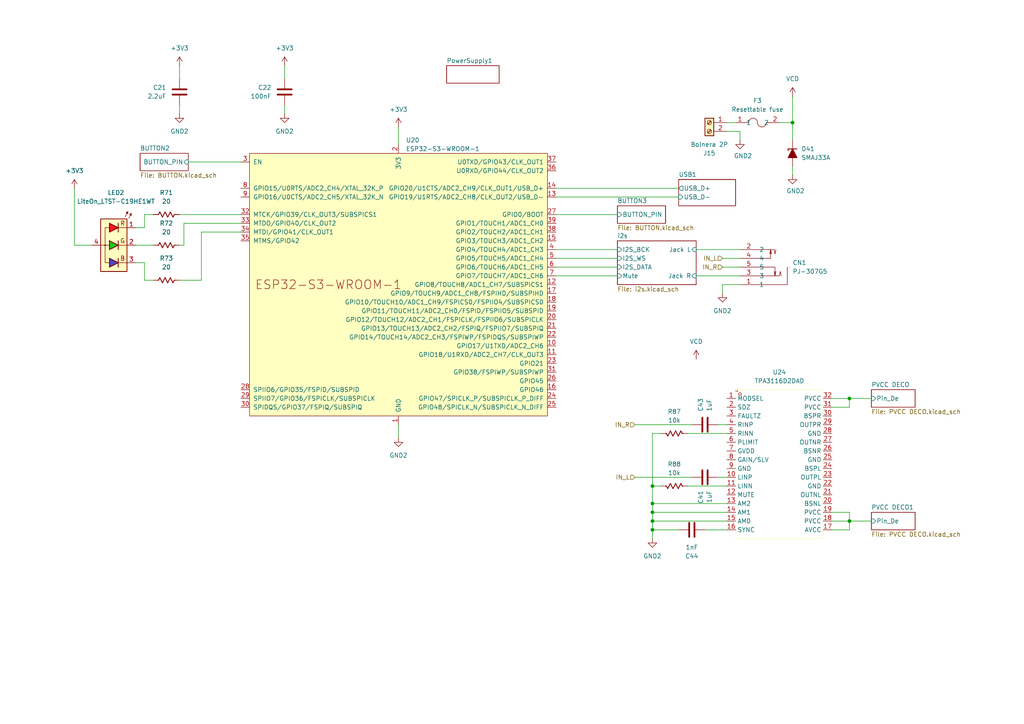
<source format=kicad_sch>
(kicad_sch (version 20250114) (generator "eeschema") (generator_version "9.0")
  (paper "A4")
  (lib_symbols
    (symbol "Connector:Screw_Terminal_01x02" (pin_names (offset 1.016) (hide yes))
      (property "Reference" "J" (at 0 2.54 0))
      (property "Value" "Screw_Terminal_01x02" (at 0 -5.08 0))
      (symbol "Screw_Terminal_01x02_1_1"
        (rectangle (start -1.27 1.27) (end 1.27 -3.81) (stroke (width 0.254)) (fill (type background)))
        (polyline (pts (xy -0.5334 0.3302) (xy 0.3302 -0.508)) (stroke (width 0.1524)))
        (polyline (pts (xy -0.5334 -2.2098) (xy 0.3302 -3.048)) (stroke (width 0.1524)))
        (polyline (pts (xy -0.3556 0.508) (xy 0.508 -0.3302)) (stroke (width 0.1524)))
        (polyline (pts (xy -0.3556 -2.032) (xy 0.508 -2.8702)) (stroke (width 0.1524)))
        (circle (center 0 0) (radius 0.635) (stroke (width 0.1524)))
        (circle (center 0 -2.54) (radius 0.635) (stroke (width 0.1524)))
        (pin passive line (at -5.08 0 0) (length 3.81) (name "Pin_1") (number "1"))
        (pin passive line (at -5.08 -2.54 0) (length 3.81) (name "Pin_2") (number "2"))
      )
    )
    (symbol "EasyEDA2:PJ-307G5"
      (property "Reference" "CN" (at 0 10.16 0))
      (property "Value" "PJ-307G5" (at 0 -10.16 0))
      (symbol "PJ-307G5_0_1"
        (rectangle (start -9.4 0) (end -9.4 0) (fill (type background)))
        (polyline (pts (xy -5.08 2.54) (xy -4.83 1.27)))
        (polyline (pts (xy -3.81 -2.54) (xy 0 -2.54)))
        (polyline (pts (xy -3.81 -2.54) (xy -3.81 -5.08) (xy -3.56 -3.81)))
        (polyline (pts (xy -3.81 -5.08) (xy -4.06 -3.81)))
        (polyline (pts (xy 0 5.08) (xy -8.64 5.08) (xy -8.64 0)))
        (polyline (pts (xy 0 2.54) (xy -6.35 2.54) (xy -6.6 1.27) (xy -6.86 2.54)))
        (polyline (pts (xy 0 0) (xy -5.08 0) (xy -5.08 2.54) (xy -5.33 1.27)))
        (polyline (pts (xy 0 -5.08) (xy -4.83 -5.08) (xy -5.08 -3.81) (xy -5.33 -5.08)))
        (pin unspecified line (at 5.08 5.08 180) (length 5.08) (name "1") (number "1"))
        (pin unspecified line (at 5.08 2.54 180) (length 5.08) (name "3") (number "3"))
        (pin unspecified line (at 5.08 0 180) (length 5.08) (name "5") (number "5"))
        (pin unspecified line (at 5.08 -2.54 180) (length 5.08) (name "4") (number "4"))
        (pin unspecified line (at 5.08 -5.08 180) (length 5.08) (name "2") (number "2"))
      )
    )
    (symbol "EasyEDA2:TPA3116D2DAD"
      (property "Reference" "U" (at 0 24.13 0))
      (property "Value" "TPA3116D2DAD" (at 0 -24.13 0))
      (symbol "TPA3116D2DAD_0_1"
        (rectangle (start -12.7 21.59) (end -12.19 21.08) (fill (type background)))
        (circle (center -11.43 20.32) (radius 0.38))
        (pin unspecified line (at -15.24 19.05 0) (length 2.54) (name "MODSEL") (number "1"))
        (pin unspecified line (at -15.24 16.51 0) (length 2.54) (name "SDZ") (number "2"))
        (pin unspecified line (at -15.24 13.97 0) (length 2.54) (name "FAULTZ") (number "3"))
        (pin unspecified line (at -15.24 11.43 0) (length 2.54) (name "RINP") (number "4"))
        (pin unspecified line (at -15.24 8.89 0) (length 2.54) (name "RINN") (number "5"))
        (pin unspecified line (at -15.24 6.35 0) (length 2.54) (name "PLIMIT") (number "6"))
        (pin unspecified line (at -15.24 3.81 0) (length 2.54) (name "GVDD") (number "7"))
        (pin unspecified line (at -15.24 1.27 0) (length 2.54) (name "GAIN/SLV") (number "8"))
        (pin unspecified line (at -15.24 -1.27 0) (length 2.54) (name "GND") (number "9"))
        (pin unspecified line (at -15.24 -3.81 0) (length 2.54) (name "LINP") (number "10"))
        (pin unspecified line (at -15.24 -6.35 0) (length 2.54) (name "LINN") (number "11"))
        (pin unspecified line (at -15.24 -8.89 0) (length 2.54) (name "MUTE") (number "12"))
        (pin unspecified line (at -15.24 -11.43 0) (length 2.54) (name "AM2") (number "13"))
        (pin unspecified line (at -15.24 -13.97 0) (length 2.54) (name "AM1") (number "14"))
        (pin unspecified line (at -15.24 -16.51 0) (length 2.54) (name "AM0") (number "15"))
        (pin unspecified line (at -15.24 -19.05 0) (length 2.54) (name "SYNC") (number "16"))
        (pin unspecified line (at 15.24 19.05 180) (length 2.54) (name "PVCC") (number "32"))
        (pin unspecified line (at 15.24 16.51 180) (length 2.54) (name "PVCC") (number "31"))
        (pin unspecified line (at 15.24 13.97 180) (length 2.54) (name "BSPR") (number "30"))
        (pin unspecified line (at 15.24 11.43 180) (length 2.54) (name "OUTPR") (number "29"))
        (pin unspecified line (at 15.24 8.89 180) (length 2.54) (name "GND") (number "28"))
        (pin unspecified line (at 15.24 6.35 180) (length 2.54) (name "OUTNR") (number "27"))
        (pin unspecified line (at 15.24 3.81 180) (length 2.54) (name "BSNR") (number "26"))
        (pin unspecified line (at 15.24 1.27 180) (length 2.54) (name "GND") (number "25"))
        (pin unspecified line (at 15.24 -1.27 180) (length 2.54) (name "BSPL") (number "24"))
        (pin unspecified line (at 15.24 -3.81 180) (length 2.54) (name "OUTPL") (number "23"))
        (pin unspecified line (at 15.24 -6.35 180) (length 2.54) (name "GND") (number "22"))
        (pin unspecified line (at 15.24 -8.89 180) (length 2.54) (name "OUTNL") (number "21"))
        (pin unspecified line (at 15.24 -11.43 180) (length 2.54) (name "BSNL") (number "20"))
        (pin unspecified line (at 15.24 -13.97 180) (length 2.54) (name "PVCC") (number "19"))
        (pin unspecified line (at 15.24 -16.51 180) (length 2.54) (name "PVCC") (number "18"))
        (pin unspecified line (at 15.24 -19.05 180) (length 2.54) (name "AVCC") (number "17"))
      )
      (symbol "TPA3116D2DAD_1_1"
        (rectangle (start -12.7 21.59) (end 12.7 -21.59) (stroke (width 0) (color 255 246 175 1)))
      )
    )
    (symbol "EasyEDA:+3.3V" (power) (pin_numbers (hide yes)) (pin_names (offset 0) (hide yes))
      (property "Value" "+3.3V" (at 0 3.556 0))
      (symbol "+3.3V_0_1"
        (polyline (pts (xy -0.762 1.27) (xy 0 2.54)))
        (polyline (pts (xy 0 2.54) (xy 0.762 1.27)))
        (polyline (pts (xy 0 0) (xy 0 2.54)))
      )
      (symbol "+3.3V_1_1"
        (pin power_in line (at 0 0 90) (length 0) (name "~") (number "1"))
      )
    )
    (symbol "EasyEDA:C_0603" (pin_numbers (hide yes)) (pin_names (offset 0.254))
      (property "Reference" "C" (at 0.635 2.54 0))
      (property "Value" "C_0603" (at 0.635 -2.54 0))
      (symbol "C_0603_0_1"
        (polyline (pts (xy -2.032 0.762) (xy 2.032 0.762)) (stroke (width 0.508)))
        (polyline (pts (xy -2.032 -0.762) (xy 2.032 -0.762)) (stroke (width 0.508)))
      )
      (symbol "C_0603_0_2"
        (polyline (pts (xy -2.54 -2.54) (xy -0.381 -0.381)))
        (polyline (pts (xy -0.508 -0.508) (xy -1.651 0.635)) (stroke (width 0.508)))
        (polyline (pts (xy -0.508 -0.508) (xy 0.635 -1.651)) (stroke (width 0.508)))
        (polyline (pts (xy 0.381 0.381) (xy 2.54 2.54)))
        (polyline (pts (xy 0.508 0.508) (xy -0.635 1.651)) (stroke (width 0.508)))
        (polyline (pts (xy 0.508 0.508) (xy 1.651 -0.635)) (stroke (width 0.508)))
      )
      (symbol "C_0603_1_1"
        (pin passive line (at 0 3.81 270) (length 2.794) (name "~") (number "1"))
        (pin passive line (at 0 -3.81 90) (length 2.794) (name "~") (number "2"))
      )
      (symbol "C_0603_1_2"
        (pin passive line (at -2.54 -2.54 90) (length 0) (name "~") (number "2"))
        (pin passive line (at 2.54 2.54 270) (length 0) (name "~") (number "1"))
      )
    )
    (symbol "EasyEDA:ESP32-S3-WROOM-1" (pin_names (offset 1.016))
      (property "Reference" "U" (at -43.18 43.18 0))
      (property "Value" "ESP32-S3-WROOM-1" (at -43.18 40.64 0))
      (symbol "ESP32-S3-WROOM-1_0_0"
        (text "ESP32-S3-WROOM-1" (at -20.32 0 0) (effects (font (size 2.54 2.54))))
        (pin input line (at -45.72 35.56 0) (length 2.54) (name "EN") (number "3"))
        (pin bidirectional line (at -45.72 27.94 0) (length 2.54) (name "GPIO15/U0RTS/ADC2_CH4/XTAL_32K_P") (number "8"))
        (pin bidirectional line (at -45.72 25.4 0) (length 2.54) (name "GPIO16/U0CTS/ADC2_CH5/XTAL_32K_N") (number "9"))
        (pin bidirectional line (at -45.72 20.32 0) (length 2.54) (name "MTCK/GPIO39/CLK_OUT3/SUBSPICS1") (number "32"))
        (pin bidirectional line (at -45.72 17.78 0) (length 2.54) (name "MTDO/GPIO40/CLK_OUT2") (number "33"))
        (pin bidirectional line (at -45.72 15.24 0) (length 2.54) (name "MTDI/GPIO41/CLK_OUT1") (number "34"))
        (pin bidirectional line (at -45.72 12.7 0) (length 2.54) (name "MTMS/GPIO42") (number "35"))
        (pin bidirectional line (at -45.72 -30.48 0) (length 2.54) (name "SPIIO6/GPIO35/FSPID/SUBSPID") (number "28"))
        (pin bidirectional line (at -45.72 -33.02 0) (length 2.54) (name "SPIIO7/GPIO36/FSPICLK/SUBSPICLK") (number "29"))
        (pin bidirectional line (at -45.72 -35.56 0) (length 2.54) (name "SPIDQS/GPIO37/FSPIQ/SUBSPIQ") (number "30"))
        (pin power_in line (at 0 40.64 270) (length 2.54) (name "3V3") (number "2"))
        (pin power_in line (at 0 -40.64 90) (length 2.54) (name "GND") (number "1"))
        (pin passive line (at 0 -40.64 90) (length 2.54) (hide yes) (name "GND") (number "40"))
        (pin passive line (at 0 -40.64 90) (length 2.54) (hide yes) (name "GND") (number "41"))
        (pin bidirectional line (at 45.72 35.56 180) (length 2.54) (name "U0TXD/GPIO43/CLK_OUT1") (number "37"))
        (pin bidirectional line (at 45.72 33.02 180) (length 2.54) (name "U0RXD/GPIO44/CLK_OUT2") (number "36"))
        (pin bidirectional line (at 45.72 27.94 180) (length 2.54) (name "GPIO20/U1CTS/ADC2_CH9/CLK_OUT1/USB_D+") (number "14"))
        (pin bidirectional line (at 45.72 25.4 180) (length 2.54) (name "GPIO19/U1RTS/ADC2_CH8/CLK_OUT2/USB_D-") (number "13"))
        (pin bidirectional line (at 45.72 20.32 180) (length 2.54) (name "GPIO0/BOOT") (number "27"))
        (pin bidirectional line (at 45.72 17.78 180) (length 2.54) (name "GPIO1/TOUCH1/ADC1_CH0") (number "39"))
        (pin bidirectional line (at 45.72 15.24 180) (length 2.54) (name "GPIO2/TOUCH2/ADC1_CH1") (number "38"))
        (pin bidirectional line (at 45.72 12.7 180) (length 2.54) (name "GPIO3/TOUCH3/ADC1_CH2") (number "15"))
        (pin bidirectional line (at 45.72 10.16 180) (length 2.54) (name "GPIO4/TOUCH4/ADC1_CH3") (number "4"))
        (pin bidirectional line (at 45.72 7.62 180) (length 2.54) (name "GPIO5/TOUCH5/ADC1_CH4") (number "5"))
        (pin bidirectional line (at 45.72 5.08 180) (length 2.54) (name "GPIO6/TOUCH6/ADC1_CH5") (number "6"))
        (pin bidirectional line (at 45.72 2.54 180) (length 2.54) (name "GPIO7/TOUCH7/ADC1_CH6") (number "7"))
        (pin bidirectional line (at 45.72 0 180) (length 2.54) (name "GPIO8/TOUCH8/ADC1_CH7/SUBSPICS1") (number "12"))
        (pin bidirectional line (at 45.72 -2.54 180) (length 2.54) (name "GPIO9/TOUCH9/ADC1_CH8/FSPIHD/SUBSPIHD") (number "17"))
        (pin bidirectional line (at 45.72 -5.08 180) (length 2.54) (name "GPIO10/TOUCH10/ADC1_CH9/FSPICS0/FSPIIO4/SUBSPICS0") (number "18"))
        (pin bidirectional line (at 45.72 -7.62 180) (length 2.54) (name "GPIO11/TOUCH11/ADC2_CH0/FSPID/FSPIIO5/SUBSPID") (number "19"))
        (pin bidirectional line (at 45.72 -10.16 180) (length 2.54) (name "GPIO12/TOUCH12/ADC2_CH1/FSPICLK/FSPIIO6/SUBSPICLK") (number "20"))
        (pin bidirectional line (at 45.72 -12.7 180) (length 2.54) (name "GPIO13/TOUCH13/ADC2_CH2/FSPIQ/FSPIIO7/SUBSPIQ") (number "21"))
        (pin bidirectional line (at 45.72 -15.24 180) (length 2.54) (name "GPIO14/TOUCH14/ADC2_CH3/FSPIWP/FSPIDQS/SUBSPIWP") (number "22"))
        (pin bidirectional line (at 45.72 -17.78 180) (length 2.54) (name "GPIO17/U1TXD/ADC2_CH6") (number "10"))
        (pin bidirectional line (at 45.72 -20.32 180) (length 2.54) (name "GPIO18/U1RXD/ADC2_CH7/CLK_OUT3") (number "11"))
        (pin bidirectional line (at 45.72 -22.86 180) (length 2.54) (name "GPIO21") (number "23"))
        (pin bidirectional line (at 45.72 -25.4 180) (length 2.54) (name "GPIO38/FSPIWP/SUBSPIWP") (number "31"))
        (pin bidirectional line (at 45.72 -27.94 180) (length 2.54) (name "GPIO45") (number "26"))
        (pin bidirectional line (at 45.72 -30.48 180) (length 2.54) (name "GPIO46") (number "16"))
        (pin bidirectional line (at 45.72 -33.02 180) (length 2.54) (name "GPIO47/SPICLK_P/SUBSPICLK_P_DIFF") (number "24"))
        (pin bidirectional line (at 45.72 -35.56 180) (length 2.54) (name "GPIO48/SPICLK_N/SUBSPICLK_N_DIFF") (number "25"))
      )
      (symbol "ESP32-S3-WROOM-1_0_1"
        (rectangle (start -43.18 38.1) (end 43.18 -38.1) (fill (type background)))
      )
    )
    (symbol "EasyEDA:GND" (power) (pin_numbers (hide yes)) (pin_names (offset 0) (hide yes))
      (property "Value" "GND" (at 0 -3.81 0))
      (symbol "GND_0_1"
        (polyline (pts (xy 0 0) (xy 0 -1.27) (xy 1.27 -1.27) (xy 0 -2.54) (xy -1.27 -1.27) (xy 0 -1.27)))
      )
      (symbol "GND_1_1"
        (pin power_in line (at 0 0 270) (length 0) (name "~") (number "1"))
      )
    )
    (symbol "EasyEDA:R_0603" (pin_numbers (hide yes)) (pin_names (offset 0))
      (property "Reference" "R" (at 2.54 1.27 0))
      (property "Value" "R_0603" (at 2.54 -1.27 0))
      (symbol "R_0603_0_1"
        (polyline (pts (xy 0 2.286) (xy 0 2.54)) (stroke (width 0.254)))
        (polyline (pts (xy 0 2.286) (xy 0.762 1.905) (xy -0.762 1.143) (xy 0 0.762) (xy 0.762 0.381) (xy 0 0) (xy -0.762 -0.381) (xy 0 -0.762) (xy 0.762 -1.143) (xy 0 -1.524) (xy -0.762 -1.905) (xy 0 -2.286)) (stroke (width 0.254)))
        (polyline (pts (xy 0 -2.286) (xy 0 -2.54)) (stroke (width 0.254)))
      )
      (symbol "R_0603_0_2"
        (polyline (pts (xy -2.54 -2.54) (xy -1.778 -1.778)))
        (polyline (pts (xy -1.778 -1.778) (xy -1.524 -1.524)) (stroke (width 0.254)))
        (polyline (pts (xy -1.524 -1.524) (xy -1.778 -0.762) (xy -1.016 -1.016)) (stroke (width 0.254)))
        (polyline (pts (xy -0.508 -0.508) (xy -0.762 0.254) (xy 0 0)) (stroke (width 0.254)))
        (polyline (pts (xy -0.508 -0.508) (xy -0.254 -1.27) (xy -1.016 -1.016)) (stroke (width 0.254)))
        (polyline (pts (xy 0.508 0.508) (xy 0.254 1.27) (xy 1.016 1.016)) (stroke (width 0.254)))
        (polyline (pts (xy 0.508 0.508) (xy 0.762 -0.254) (xy 0 0)) (stroke (width 0.254)))
        (polyline (pts (xy 1.524 1.524) (xy 1.778 0.762) (xy 1.016 1.016)) (stroke (width 0.254)))
        (polyline (pts (xy 1.778 1.778) (xy 1.524 1.524)) (stroke (width 0.254)))
        (polyline (pts (xy 1.778 1.778) (xy 2.54 2.54)))
      )
      (symbol "R_0603_1_1"
        (pin passive line (at 0 3.81 270) (length 1.27) (name "~") (number "1"))
        (pin passive line (at 0 -3.81 90) (length 1.27) (name "~") (number "2"))
      )
      (symbol "R_0603_1_2"
        (pin passive line (at -2.54 -2.54 0) (length 0) (name "") (number "2"))
        (pin passive line (at 2.54 2.54 180) (length 0) (name "") (number "1"))
      )
    )
    (symbol "EasyEDA:SMAJ33A" (pin_numbers (hide yes)) (pin_names (offset 1.016) (hide yes))
      (property "Reference" "D" (at 0 5.08 0))
      (property "Value" "SMAJ33A" (at 0 2.54 0))
      (symbol "SMAJ33A_0_1"
        (polyline (pts (xy -1.27 1.27) (xy -1.27 -1.27) (xy 1.27 0) (xy -1.27 1.27)) (stroke (width 0.254)) (fill (type outline)))
        (polyline (pts (xy -1.27 0) (xy 1.27 0)))
        (polyline (pts (xy 1.27 1.27) (xy 0.762 1.27)) (stroke (width 0.254)))
        (polyline (pts (xy 1.27 -1.27) (xy 1.27 1.27)) (stroke (width 0.254)))
      )
      (symbol "SMAJ33A_0_2"
        (polyline (pts (xy -2.54 -2.54) (xy 2.54 2.54)))
        (polyline (pts (xy -0.889 -0.889) (xy -1.778 0) (xy 0.889 0.889) (xy 0 -1.778) (xy -0.889 -0.889)) (stroke (width 0.254)) (fill (type outline)))
        (polyline (pts (xy 0 1.778) (xy -0.381 1.397)) (stroke (width 0.254)))
        (polyline (pts (xy 0 1.778) (xy 1.778 0)) (stroke (width 0.254)))
      )
      (symbol "SMAJ33A_1_1"
        (pin passive line (at -3.81 0 0) (length 2.54) (name "A") (number "2"))
        (pin passive line (at 3.81 0 180) (length 2.54) (name "K") (number "1"))
      )
      (symbol "SMAJ33A_1_2"
        (pin passive line (at -2.54 -2.54 0) (length 0) (name "A") (number "2"))
        (pin passive line (at 2.54 2.54 180) (length 0) (name "K") (number "1"))
      )
    )
    (symbol "EasyEDA:VCC" (power) (pin_numbers (hide yes)) (pin_names (offset 0) (hide yes))
      (property "Value" "VCC" (at 0 3.556 0))
      (symbol "VCC_0_1"
        (polyline (pts (xy -0.762 1.27) (xy 0 2.54)))
        (polyline (pts (xy 0 2.54) (xy 0.762 1.27)))
        (polyline (pts (xy 0 0) (xy 0 2.54)))
      )
      (symbol "VCC_1_1"
        (pin power_in line (at 0 0 90) (length 0) (name "~") (number "1"))
      )
    )
    (symbol "EasyEda:Reseatteble_Fuse"
      (property "Reference" "F" (at 0 0 0))
      (symbol "Reseatteble_Fuse_0_1"
        (polyline (pts (xy -2.54 0) (xy -3.81 0)) (stroke (width 0.1524)))
        (arc (start -2.54 0) (mid -1.27 1.2645) (end 0 0))
        (arc (start 2.54 0) (mid 1.27 -1.2645) (end 0 0))
        (polyline (pts (xy 3.81 0) (xy 2.54 0)) (stroke (width 0.1524)))
      )
      (symbol "Reseatteble_Fuse_1_1"
        (pin passive line (at -6.35 0 0) (length 2.54) (name "1") (number "1"))
        (pin passive line (at 6.35 0 180) (length 2.54) (name "2") (number "2"))
      )
    )
    (symbol "PCM_Capacitor_US_AKL:C_0603" (pin_numbers (hide yes)) (pin_names (offset 0.254))
      (property "Reference" "C" (at 0.635 2.54 0))
      (property "Value" "C_0603" (at 0.635 -2.54 0))
      (symbol "C_0603_0_1"
        (polyline (pts (xy -2.032 0.762) (xy 2.032 0.762)) (stroke (width 0.508)))
        (polyline (pts (xy -2.032 -0.762) (xy 2.032 -0.762)) (stroke (width 0.508)))
      )
      (symbol "C_0603_0_2"
        (polyline (pts (xy -2.54 -2.54) (xy -0.381 -0.381)))
        (polyline (pts (xy -0.508 -0.508) (xy -1.651 0.635)) (stroke (width 0.508)))
        (polyline (pts (xy -0.508 -0.508) (xy 0.635 -1.651)) (stroke (width 0.508)))
        (polyline (pts (xy 0.381 0.381) (xy 2.54 2.54)))
        (polyline (pts (xy 0.508 0.508) (xy -0.635 1.651)) (stroke (width 0.508)))
        (polyline (pts (xy 0.508 0.508) (xy 1.651 -0.635)) (stroke (width 0.508)))
      )
      (symbol "C_0603_1_1"
        (pin passive line (at 0 3.81 270) (length 2.794) (name "~") (number "1"))
        (pin passive line (at 0 -3.81 90) (length 2.794) (name "~") (number "2"))
      )
      (symbol "C_0603_1_2"
        (pin passive line (at -2.54 -2.54 90) (length 0) (name "~") (number "2"))
        (pin passive line (at 2.54 2.54 270) (length 0) (name "~") (number "1"))
      )
    )
    (symbol "PCM_LED_AKL:LiteOn_LTST-C19HE1WT" (pin_names (offset 1.016) (hide yes))
      (property "Reference" "LED" (at 0 13.97 0))
      (property "Value" "LiteOn_LTST-C19HE1WT" (at 0 11.43 0))
      (symbol "LiteOn_LTST-C19HE1WT_0_0"
        (polyline (pts (xy -1.397 5.08) (xy -2.54 5.08) (xy -2.54 -5.08) (xy -1.397 -5.08)) (stroke (width 0.1524)))
        (polyline (pts (xy -1.397 0) (xy -3.81 0)) (stroke (width 0.1524)))
        (polyline (pts (xy 3.81 5.08) (xy 1.27 5.08)) (stroke (width 0.1524)))
        (polyline (pts (xy 3.81 0) (xy 1.27 0)) (stroke (width 0.1524)))
        (polyline (pts (xy 3.81 -5.08) (xy 1.27 -5.08)) (stroke (width 0.1524)))
        (text "R" (at 2.54 6.35 0) (effects (font (size 1.27 1.27))))
        (text "G" (at 2.54 1.27 0) (effects (font (size 1.27 1.27))))
        (text "B" (at 2.54 -3.81 0) (effects (font (size 1.27 1.27))))
      )
      (symbol "LiteOn_LTST-C19HE1WT_0_1"
        (rectangle (start -3.81 7.62) (end 3.81 -7.62) (stroke (width 0.254)) (fill (type background)))
        (circle (center -2.54 0) (radius 0.1524) (stroke (width 0.1524)))
        (polyline (pts (xy -1.27 6.35) (xy -1.27 3.81) (xy 1.27 5.08) (xy -1.27 6.35)) (stroke (width 0.254)) (fill (type color) (color 240 30 30 1)))
        (polyline (pts (xy -1.27 1.27) (xy -1.27 -1.27) (xy 1.27 0) (xy -1.27 1.27)) (stroke (width 0.254)) (fill (type color) (color 30 200 30 1)))
        (polyline (pts (xy -1.27 -3.81) (xy -1.27 -6.35) (xy 1.27 -5.08) (xy -1.27 -3.81)) (stroke (width 0.254)) (fill (type color) (color 70 70 200 1)))
        (polyline (pts (xy 1.27 6.35) (xy 1.27 3.81)) (stroke (width 0.254)))
        (polyline (pts (xy 1.27 1.27) (xy 1.27 -1.27)) (stroke (width 0.254)))
        (polyline (pts (xy 1.27 -3.81) (xy 1.27 -6.35)) (stroke (width 0.254)))
        (polyline (pts (xy 3.302 8.255) (xy 4.064 9.779)) (stroke (width 0.1524)))
        (polyline (pts (xy 3.81 9.271) (xy 3.556 9.398)) (stroke (width 0.1524)))
        (polyline (pts (xy 3.81 9.271) (xy 4.064 9.144)) (stroke (width 0.1524)))
        (polyline (pts (xy 4.064 9.144) (xy 3.556 9.398) (xy 4.064 9.779) (xy 4.064 9.144)) (stroke (width 0.1524)) (fill (type outline)))
        (polyline (pts (xy 4.318 7.747) (xy 5.08 9.271)) (stroke (width 0.1524)))
        (polyline (pts (xy 4.826 8.763) (xy 4.572 8.89)) (stroke (width 0.1524)))
        (polyline (pts (xy 4.826 8.763) (xy 5.08 8.636)) (stroke (width 0.1524)))
        (polyline (pts (xy 5.08 8.636) (xy 4.572 8.89) (xy 5.08 9.271) (xy 5.08 8.636)) (stroke (width 0.1524)) (fill (type outline)))
      )
      (symbol "LiteOn_LTST-C19HE1WT_1_1"
        (pin passive line (at -6.35 0 0) (length 2.54) (name "A") (number "4"))
        (pin passive line (at 6.35 5.08 180) (length 2.54) (name "R") (number "1"))
        (pin passive line (at 6.35 0 180) (length 2.54) (name "G") (number "2"))
        (pin passive line (at 6.35 -5.08 180) (length 2.54) (name "B") (number "3"))
      )
    )
    (symbol "power:GND2" (power) (pin_numbers (hide yes)) (pin_names (offset 0) (hide yes))
      (property "Value" "GND2" (at 0 -3.81 0))
      (symbol "GND2_0_1"
        (polyline (pts (xy 0 0) (xy 0 -1.27) (xy 1.27 -1.27) (xy 0 -2.54) (xy -1.27 -1.27) (xy 0 -1.27)))
      )
      (symbol "GND2_1_1"
        (pin power_in line (at 0 0 270) (length 0) (name "~") (number "1"))
      )
    )
  )
  (junction (at 189.23 151.13))
  (junction (at 229.87 35.56))
  (junction (at 246.38 115.57))
  (junction (at 246.38 151.13))
  (junction (at 189.23 146.05))
  (junction (at 189.23 153.67))
  (junction (at 189.23 140.97))
  (junction (at 189.23 148.59))
  (wire (pts (xy 189.23 153.67) (xy 189.23 156.21)))
  (wire (pts (xy 41.91 81.28) (xy 44.45 81.28)))
  (wire (pts (xy 241.3 115.57) (xy 246.38 115.57)))
  (wire (pts (xy 229.87 50.8) (xy 229.87 48.26)))
  (wire (pts (xy 52.07 62.23) (xy 69.85 62.23)))
  (wire (pts (xy 41.91 62.23) (xy 41.91 66.04)))
  (wire (pts (xy 52.07 71.12) (xy 53.34 71.12)))
  (wire (pts (xy 226.06 35.56) (xy 229.87 35.56)))
  (wire (pts (xy 214.63 38.1) (xy 210.82 38.1)))
  (wire (pts (xy 41.91 62.23) (xy 44.45 62.23)))
  (wire (pts (xy 161.29 57.15) (xy 196.85 57.15)))
  (wire (pts (xy 161.29 80.01) (xy 179.07 80.01)))
  (wire (pts (xy 39.37 71.12) (xy 44.45 71.12)))
  (wire (pts (xy 189.23 151.13) (xy 189.23 153.67)))
  (wire (pts (xy 82.55 19.05) (xy 82.55 22.86)))
  (wire (pts (xy 241.3 151.13) (xy 246.38 151.13)))
  (wire (pts (xy 201.93 72.39) (xy 214.63 72.39)))
  (wire (pts (xy 189.23 153.67) (xy 196.85 153.67)))
  (wire (pts (xy 189.23 140.97) (xy 189.23 146.05)))
  (wire (pts (xy 189.23 146.05) (xy 189.23 148.59)))
  (wire (pts (xy 189.23 151.13) (xy 210.82 151.13)))
  (wire (pts (xy 214.63 40.64) (xy 214.63 38.1)))
  (wire (pts (xy 115.57 36.83) (xy 115.57 41.91)))
  (wire (pts (xy 41.91 76.2) (xy 39.37 76.2)))
  (wire (pts (xy 161.29 62.23) (xy 179.07 62.23)))
  (wire (pts (xy 54.61 46.99) (xy 69.85 46.99)))
  (wire (pts (xy 241.3 148.59) (xy 246.38 148.59)))
  (wire (pts (xy 209.55 77.47) (xy 214.63 77.47)))
  (wire (pts (xy 208.28 138.43) (xy 210.82 138.43)))
  (wire (pts (xy 184.15 123.19) (xy 200.66 123.19)))
  (wire (pts (xy 161.29 72.39) (xy 179.07 72.39)))
  (wire (pts (xy 246.38 151.13) (xy 252.73 151.13)))
  (wire (pts (xy 52.07 81.28) (xy 58.42 81.28)))
  (wire (pts (xy 82.55 30.48) (xy 82.55 33.02)))
  (wire (pts (xy 246.38 115.57) (xy 252.73 115.57)))
  (wire (pts (xy 209.55 82.55) (xy 214.63 82.55)))
  (wire (pts (xy 115.57 123.19) (xy 115.57 127)))
  (wire (pts (xy 209.55 82.55) (xy 209.55 85.09)))
  (wire (pts (xy 21.59 71.12) (xy 26.67 71.12)))
  (wire (pts (xy 229.87 27.94) (xy 229.87 35.56)))
  (wire (pts (xy 199.39 125.73) (xy 210.82 125.73)))
  (wire (pts (xy 191.77 125.73) (xy 189.23 125.73)))
  (wire (pts (xy 41.91 66.04) (xy 39.37 66.04)))
  (wire (pts (xy 52.07 30.48) (xy 52.07 33.02)))
  (wire (pts (xy 246.38 153.67) (xy 246.38 151.13)))
  (wire (pts (xy 161.29 77.47) (xy 179.07 77.47)))
  (wire (pts (xy 189.23 148.59) (xy 210.82 148.59)))
  (wire (pts (xy 208.28 123.19) (xy 210.82 123.19)))
  (wire (pts (xy 210.82 35.56) (xy 213.36 35.56)))
  (wire (pts (xy 58.42 81.28) (xy 58.42 67.31)))
  (wire (pts (xy 189.23 125.73) (xy 189.23 140.97)))
  (wire (pts (xy 184.15 138.43) (xy 200.66 138.43)))
  (wire (pts (xy 199.39 140.97) (xy 210.82 140.97)))
  (wire (pts (xy 189.23 148.59) (xy 189.23 151.13)))
  (wire (pts (xy 41.91 81.28) (xy 41.91 76.2)))
  (wire (pts (xy 161.29 54.61) (xy 196.85 54.61)))
  (wire (pts (xy 52.07 19.05) (xy 52.07 22.86)))
  (wire (pts (xy 246.38 118.11) (xy 246.38 115.57)))
  (wire (pts (xy 209.55 74.93) (xy 214.63 74.93)))
  (wire (pts (xy 21.59 54.61) (xy 21.59 71.12)))
  (wire (pts (xy 53.34 71.12) (xy 53.34 64.77)))
  (wire (pts (xy 246.38 148.59) (xy 246.38 151.13)))
  (wire (pts (xy 189.23 146.05) (xy 210.82 146.05)))
  (wire (pts (xy 241.3 153.67) (xy 246.38 153.67)))
  (wire (pts (xy 204.47 153.67) (xy 210.82 153.67)))
  (wire (pts (xy 58.42 67.31) (xy 69.85 67.31)))
  (wire (pts (xy 201.93 80.01) (xy 214.63 80.01)))
  (wire (pts (xy 189.23 140.97) (xy 191.77 140.97)))
  (wire (pts (xy 161.29 74.93) (xy 179.07 74.93)))
  (wire (pts (xy 53.34 64.77) (xy 69.85 64.77)))
  (wire (pts (xy 241.3 118.11) (xy 246.38 118.11)))
  (wire (pts (xy 229.87 35.56) (xy 229.87 40.64)))
  (hierarchical_label "IN_R" (shape input) (at 184.15 123.19 180))
  (hierarchical_label "IN_L" (shape input) (at 184.15 138.43 180))
  (hierarchical_label "IN_R" (shape input) (at 209.55 77.47 180))
  (hierarchical_label "IN_L" (shape input) (at 209.55 74.93 180))
  (symbol (lib_id "PCM_Capacitor_US_AKL:C_0603") (at 200.66 153.67 90) (mirror x) (unit 1)
    (property "Reference" "C44" (at 200.66 161.29 90))
    (property "Value" "1nF" (at 200.66 158.75 90))
    (property "Footprint" "PCM_Capacitor_SMD_AKL:C_0603_1608Metric" (effects (hide yes)))
    (property "Datasheet" "https://www.lcsc.com/datasheet/C354384.pdf" (effects (hide yes)))
    (property "Description" "SMD 0603 MLCC capacitor, Alternate KiCad Library" (effects (hide yes)))
    (property "LCSC Part" "C354384" (effects (hide yes)))
    (property "Part #" "GCJ188R72A102KA01D" (effects (hide yes)))
  )
  (symbol (lib_id "EasyEda:Reseatteble_Fuse") (at 219.71 35.56 0) (unit 1)
    (property "Reference" "F3" (at 219.71 29.21 0))
    (property "Value" "Resettable fuse" (at 219.71 31.75 0))
    (property "Footprint" "EasyEDA:Reseatteble Fuse" (effects (hide yes)))
    (property "Datasheet" "https://www.lcsc.com/datasheet/C7433877.pdf" (effects (hide yes)))
    (property "Part #" "BSMD1812-200-33V" (effects (hide yes)))
    (property "LCSC Part" "C7433877" (effects (hide yes)))
  )
  (symbol (lib_id "power:GND2") (at 189.23 156.21 0) (unit 1)
    (property "Reference" "#PWR0123" (effects (hide yes)))
    (property "Value" "GND2" (at 189.23 161.29 0))
    (property "Description" "Power symbol creates a global label with name \"GND2\" , ground" (effects (hide yes)))
  )
  (symbol (lib_id "EasyEDA:R_0603") (at 48.26 71.12 90) (unit 1)
    (property "Reference" "R72" (at 48.26 64.77 90))
    (property "Value" "20" (at 48.26 67.31 90))
    (property "Footprint" "PCM_Resistor_SMD_AKL:R_0603_1608Metric" (effects (hide yes)))
    (property "Datasheet" "https://jlcpcb.com/api/file/downloadByFileSystemAccessId/8579706172544782336" (effects (hide yes)))
    (property "Description" "SMD 0603 Chip Resistor, US Symbol, Alternate KiCad Library" (effects (hide yes)))
    (property "Part #" "0603WAF200JT5E" (effects (hide yes)))
    (property "LCSC Part" "C22950" (effects (hide yes)))
  )
  (symbol (lib_id "EasyEDA:VCC") (at 229.87 27.94 0) (unit 1)
    (property "Reference" "#PWR0100" (effects (hide yes)))
    (property "Value" "VCD" (at 229.87 22.86 0))
    (property "Description" "Power symbol creates a global label with name \"VCC\"" (effects (hide yes)))
  )
  (symbol (lib_id "EasyEDA:R_0603") (at 195.58 140.97 90) (mirror x) (unit 1)
    (property "Reference" "R88" (at 195.58 134.62 90))
    (property "Value" "10k" (at 195.58 137.16 90))
    (property "Footprint" "PCM_Resistor_SMD_AKL:R_0603_1608Metric" (effects (hide yes)))
    (property "Datasheet" "https://jlcpcb.com/api/file/downloadByFileSystemAccessId/8579706381320323072" (effects (hide yes)))
    (property "Description" "SMD 0603 Chip Resistor, US Symbol, Alternate KiCad Library" (effects (hide yes)))
    (property "Part #" "0603WAF1002T5E" (effects (hide yes)))
    (property "LCSC Part" "C25804" (effects (hide yes)))
  )
  (symbol (lib_id "power:GND2") (at 52.07 33.02 0) (unit 1)
    (property "Reference" "#PWR094" (effects (hide yes)))
    (property "Value" "GND2" (at 52.07 38.1 0))
    (property "Description" "Power symbol creates a global label with name \"GND2\" , ground" (effects (hide yes)))
  )
  (symbol (lib_id "EasyEDA:R_0603") (at 48.26 81.28 90) (unit 1)
    (property "Reference" "R73" (at 48.26 74.93 90))
    (property "Value" "20" (at 48.26 77.47 90))
    (property "Footprint" "PCM_Resistor_SMD_AKL:R_0603_1608Metric" (effects (hide yes)))
    (property "Datasheet" "https://jlcpcb.com/api/file/downloadByFileSystemAccessId/8579706172544782336" (effects (hide yes)))
    (property "Description" "SMD 0603 Chip Resistor, US Symbol, Alternate KiCad Library" (effects (hide yes)))
    (property "Part #" "0603WAF200JT5E" (effects (hide yes)))
    (property "LCSC Part" "C22950" (effects (hide yes)))
  )
  (symbol (lib_id "EasyEDA2:PJ-307G5") (at 219.71 77.47 180) (unit 1)
    (property "Reference" "CN1" (at 229.87 76.1999 0) (effects (justify right)))
    (property "Value" "PJ-307G5" (at 229.87 78.7399 0) (effects (justify right)))
    (property "Footprint" "EasyEDA2:AUDIO-TH_PJ-307G5" (effects (hide yes)))
    (property "Datasheet" "https://lcsc.com/product-detail/Audio-Video-Connectors_XKB-Enterprise-PJ-307G5_C381128.html" (effects (hide yes)))
    (property "LCSC Part" "C381128" (effects (hide yes)))
  )
  (symbol (lib_id "EasyEDA:C_0603") (at 82.55 26.67 0) (mirror y) (unit 1)
    (property "Reference" "C22" (at 78.74 25.3999 0) (effects (justify left)))
    (property "Value" "100nF" (at 78.74 27.9399 0) (effects (justify left)))
    (property "Footprint" "PCM_Capacitor_SMD_AKL:C_0603_1608Metric" (effects (hide yes)))
    (property "Datasheet" "https://www.lcsc.com/datasheet/C77058.pdf" (effects (hide yes)))
    (property "Description" "SMD 0603 MLCC capacitor, Alternate KiCad Library" (effects (hide yes)))
    (property "Part #" "GRM188R72A104KA35D" (effects (hide yes)))
    (property "LCSC Part" "C77058" (effects (hide yes)))
  )
  (symbol (lib_id "power:GND2") (at 209.55 85.09 0) (unit 1)
    (property "Reference" "#PWR0125" (effects (hide yes)))
    (property "Value" "GND2" (at 209.55 90.17 0))
    (property "Description" "Power symbol creates a global label with name \"GND2\" , ground" (effects (hide yes)))
  )
  (symbol (lib_id "EasyEDA:VCC") (at 201.93 104.14 0) (unit 1)
    (property "Reference" "#PWR0124" (effects (hide yes)))
    (property "Value" "VCD" (at 201.93 99.06 0))
    (property "Description" "Power symbol creates a global label with name \"VCC\"" (effects (hide yes)))
  )
  (symbol (lib_id "Connector:Screw_Terminal_01x02") (at 205.74 35.56 0) (mirror y) (unit 1)
    (property "Reference" "J15" (at 205.74 44.45 0))
    (property "Value" "Bolnera 2P" (at 205.74 41.91 0))
    (property "Footprint" "TerminalBlock_Phoenix:TerminalBlock_Phoenix_MKDS-1,5-2-5.08_1x02_P5.08mm_Horizontal" (effects (hide yes)))
    (property "Datasheet" "https://www.lcsc.com/datasheet/C2915639.pdf" (effects (hide yes)))
    (property "Description" "Generic screw terminal, single row, 01x02, script generated (kicad-library-utils/schlib/autogen/connector/)" (effects (hide yes)))
    (property "LCSC Part" "C2915639" (effects (hide yes)))
    (property "Part #" "DB128V-5.08-2P-GN-S" (effects (hide yes)))
  )
  (symbol (lib_id "EasyEDA:+3.3V") (at 52.07 19.05 0) (unit 1)
    (property "Reference" "#PWR093" (effects (hide yes)))
    (property "Value" "+3V3" (at 52.07 13.97 0))
    (property "Description" "Power symbol creates a global label with name \"+3.3V\"" (effects (hide yes)))
  )
  (symbol (lib_id "power:GND2") (at 82.55 33.02 0) (unit 1)
    (property "Reference" "#PWR096" (effects (hide yes)))
    (property "Value" "GND2" (at 82.55 38.1 0))
    (property "Description" "Power symbol creates a global label with name \"GND2\" , ground" (effects (hide yes)))
  )
  (symbol (lib_id "EasyEDA:R_0603") (at 195.58 125.73 90) (mirror x) (unit 1)
    (property "Reference" "R87" (at 195.58 119.38 90))
    (property "Value" "10k" (at 195.58 121.92 90))
    (property "Footprint" "PCM_Resistor_SMD_AKL:R_0603_1608Metric" (effects (hide yes)))
    (property "Datasheet" "https://jlcpcb.com/api/file/downloadByFileSystemAccessId/8579706381320323072" (effects (hide yes)))
    (property "Description" "SMD 0603 Chip Resistor, US Symbol, Alternate KiCad Library" (effects (hide yes)))
    (property "Part #" "0603WAF1002T5E" (effects (hide yes)))
    (property "LCSC Part" "C25804" (effects (hide yes)))
  )
  (symbol (lib_id "EasyEDA:C_0603") (at 52.07 26.67 0) (mirror y) (unit 1)
    (property "Reference" "C21" (at 48.26 25.3999 0) (effects (justify left)))
    (property "Value" "2.2uF" (at 48.26 27.9399 0) (effects (justify left)))
    (property "Footprint" "PCM_Capacitor_SMD_AKL:C_0603_1608Metric" (effects (hide yes)))
    (property "Datasheet" "https://www.lcsc.com/datasheet/C913904.pdf" (effects (hide yes)))
    (property "Description" "SMD 0603 MLCC capacitor, Alternate KiCad Library" (effects (hide yes)))
    (property "Part #" "CL10A225KB8NNNC" (effects (hide yes)))
    (property "LCSC Part" "C913904" (effects (hide yes)))
  )
  (symbol (lib_id "EasyEDA:+3.3V") (at 115.57 36.83 0) (unit 1)
    (property "Reference" "#PWR097" (effects (hide yes)))
    (property "Value" "+3V3" (at 115.57 31.75 0))
    (property "Description" "Power symbol creates a global label with name \"+3.3V\"" (effects (hide yes)))
  )
  (symbol (lib_id "PCM_LED_AKL:LiteOn_LTST-C19HE1WT") (at 33.02 71.12 0) (unit 1)
    (property "Reference" "LED2" (at 33.6296 55.88 0))
    (property "Value" "LiteOn_LTST-C19HE1WT" (at 33.6296 58.42 0))
    (property "Footprint" "PCM_LED_SMD_AKL:LED_LiteOn_LTST-C19HE1WT" (effects (hide yes)))
    (property "Datasheet" "https://www.lcsc.com/datasheet/C458749.pdf" (effects (hide yes)))
    (property "Description" "RGB LED, PLCC-4, 1.6x1.6mm, common anode, Alternate KiCad Library" (effects (hide yes)))
    (property "LCSC Part" "C458749" (effects (hide yes)))
    (property "Part #" "LTST-C19HE1WT" (effects (hide yes)))
  )
  (symbol (lib_id "EasyEDA2:TPA3116D2DAD") (at 226.06 134.62 0) (unit 1)
    (property "Reference" "U24" (at 226.06 107.95 0))
    (property "Value" "TPA3116D2DAD" (at 226.06 110.49 0))
    (property "Footprint" "EasyEDA:HTSSOP-32_L11.0-W6.1-P0.65-LS8.1-BL" (effects (hide yes)))
    (property "Datasheet" "https://lcsc.com/product-detail/Audio-OpAmps_TI_TPA3116D2DAD_TPA3116D2DAD_C50144.html" (effects (hide yes)))
    (property "LCSC Part" "C50144" (effects (hide yes)))
  )
  (symbol (lib_id "EasyEDA:ESP32-S3-WROOM-1") (at 115.57 82.55 0) (unit 1)
    (property "Reference" "U20" (at 117.7133 40.64 0) (effects (justify left)))
    (property "Value" "ESP32-S3-WROOM-1" (at 117.7133 43.18 0) (effects (justify left)))
    (property "Footprint" "RF_Module:ESP32-S3-WROOM-1U" (effects (hide yes)))
    (property "Datasheet" "https://www.espressif.com/sites/default/files/documentation/esp32-s3-wroom-1_wroom-1u_datasheet_en.pdf" (effects (hide yes)))
    (property "Description" "2.4 GHz WiFi (802.11 b/g/n) and Bluetooth ® 5 (LE) module Built around ESP32S3 series of SoCs, Xtensa ® dualcore 32bit LX7 microprocessor Flash up to 16 MB, PSRAM up to 8 MB 36 GPIOs, rich set of peripherals Onboard PCB antenna" (effects (hide yes)))
    (property "Part #" "ESP32-S3-WROOM-1U-N16R8" (effects (hide yes)))
    (property "LCSC Part" "C3013946" (effects (hide yes)))
  )
  (symbol (lib_id "EasyEDA:C_0603") (at 204.47 123.19 90) (unit 1)
    (property "Reference" "C43" (at 203.1999 119.38 0) (effects (justify left)))
    (property "Value" "1uF" (at 205.7399 119.38 0) (effects (justify left)))
    (property "Footprint" "PCM_Capacitor_SMD_AKL:C_0603_1608Metric" (effects (hide yes)))
    (property "Datasheet" "https://jlcpcb.com/api/file/downloadByFileSystemAccessId/8556213788459761664" (effects (hide yes)))
    (property "Description" "SMD 0603 MLCC capacitor, Alternate KiCad Library" (effects (hide yes)))
    (property "Part #" "CL10A105KB8NNNC" (effects (hide yes)))
    (property "LCSC Part" "C15849" (effects (hide yes)))
  )
  (symbol (lib_id "power:GND2") (at 115.57 127 0) (unit 1)
    (property "Reference" "#PWR098" (effects (hide yes)))
    (property "Value" "GND2" (at 115.57 132.08 0))
    (property "Description" "Power symbol creates a global label with name \"GND2\" , ground" (effects (hide yes)))
  )
  (symbol (lib_id "EasyEDA:+3.3V") (at 82.55 19.05 0) (unit 1)
    (property "Reference" "#PWR095" (effects (hide yes)))
    (property "Value" "+3V3" (at 82.55 13.97 0))
    (property "Description" "Power symbol creates a global label with name \"+3.3V\"" (effects (hide yes)))
  )
  (symbol (lib_id "EasyEDA:C_0603") (at 204.47 138.43 90) (mirror x) (unit 1)
    (property "Reference" "C41" (at 203.1999 142.24 0) (effects (justify left)))
    (property "Value" "1uF" (at 205.7399 142.24 0) (effects (justify left)))
    (property "Footprint" "PCM_Capacitor_SMD_AKL:C_0603_1608Metric" (effects (hide yes)))
    (property "Datasheet" "https://jlcpcb.com/api/file/downloadByFileSystemAccessId/8556213788459761664" (effects (hide yes)))
    (property "Description" "SMD 0603 MLCC capacitor, Alternate KiCad Library" (effects (hide yes)))
    (property "Part #" "CL10A105KB8NNNC" (effects (hide yes)))
    (property "LCSC Part" "C15849" (effects (hide yes)))
  )
  (symbol (lib_id "EasyEDA:SMAJ33A") (at 229.87 44.45 90) (unit 1)
    (property "Reference" "D41" (at 232.41 43.1799 90) (effects (justify right)))
    (property "Value" "SMAJ33A" (at 232.41 45.7199 90) (effects (justify right)))
    (property "Footprint" "PCM_Diode_SMD_AKL:D_SMA" (effects (hide yes)))
    (property "Datasheet" "https://www.tme.eu/Document/dbc72d81c249fe51b6ab42300e8e06d0/SMAJ_ser.pdf" (effects (hide yes)))
    (property "Description" "SMA Unidirectional TVS diode, 33V, 400W, Alternate KiCAD Library" (effects (hide yes)))
    (property "Part #" "SMAJ33A" (effects (hide yes)))
    (property "LCSC Part" "C148231" (effects (hide yes)))
  )
  (symbol (lib_id "EasyEDA:R_0603") (at 48.26 62.23 90) (unit 1)
    (property "Reference" "R71" (at 48.26 55.88 90))
    (property "Value" "20" (at 48.26 58.42 90))
    (property "Footprint" "PCM_Resistor_SMD_AKL:R_0603_1608Metric" (effects (hide yes)))
    (property "Datasheet" "https://jlcpcb.com/api/file/downloadByFileSystemAccessId/8579706172544782336" (effects (hide yes)))
    (property "Description" "SMD 0603 Chip Resistor, US Symbol, Alternate KiCad Library" (effects (hide yes)))
    (property "Part #" "0603WAF200JT5E" (effects (hide yes)))
    (property "LCSC Part" "C22950" (effects (hide yes)))
  )
  (symbol (lib_id "EasyEDA:GND") (at 214.63 40.64 0) (unit 1)
    (property "Reference" "#PWR099" (effects (hide yes)))
    (property "Value" "GND2" (at 212.852 45.212 0) (effects (justify left)))
    (property "Description" "Power symbol creates a global label with name \"GND\" , ground" (effects (hide yes)))
  )
  (symbol (lib_id "EasyEDA:+3.3V") (at 21.59 54.61 0) (unit 1)
    (property "Reference" "#PWR092" (effects (hide yes)))
    (property "Value" "+3V3" (at 21.59 49.53 0))
    (property "Description" "Power symbol creates a global label with name \"+3.3V\"" (effects (hide yes)))
  )
  (symbol (lib_id "EasyEDA:GND") (at 229.87 50.8 0) (unit 1)
    (property "Reference" "#PWR0101" (effects (hide yes)))
    (property "Value" "GND2" (at 228.092 55.372 0) (effects (justify left)))
    (property "Description" "Power symbol creates a global label with name \"GND\" , ground" (effects (hide yes)))
  )
  (sheet (at 252.73 113.03) (size 12.7 5.08) (stroke (width 0.1524))
    (property "Sheetname" "PVCC DECO" (at 252.73 112.3184 0) (effects (justify left bottom)))
    (property "Sheetfile" "PVCC DECO.kicad_sch" (at 252.73 118.6946 0) (effects (justify left top)))
    (pin "Pin_De" input (at 252.73 115.57 180))
  )
  (sheet (at 179.07 69.85) (size 22.86 12.7) (stroke (width 0.1524))
    (property "Sheetname" "i2s" (at 179.07 69.1384 0) (effects (justify left bottom)))
    (property "Sheetfile" "i2s.kicad_sch" (at 179.07 83.1346 0) (effects (justify left top)))
    (pin "I2S_BCK" input (at 179.07 72.39 180))
    (pin "I2S_DATA" input (at 179.07 77.47 180))
    (pin "I2S_WS" input (at 179.07 74.93 180))
    (pin "Jack L" input (at 201.93 72.39 0))
    (pin "Jack R" input (at 201.93 80.01 0))
    (pin "Mute" input (at 179.07 80.01 180))
  )
  (sheet (at 252.73 148.59) (size 12.7 5.08) (stroke (width 0.1524))
    (property "Sheetname" "PVCC DECO1" (at 252.73 147.8784 0) (effects (justify left bottom)))
    (property "Sheetfile" "PVCC DECO.kicad_sch" (at 252.73 154.2546 0) (effects (justify left top)))
    (pin "Pin_De" input (at 252.73 151.13 180))
  )
  (sheet (at 179.07 59.69) (size 13.97 5.08) (stroke (width 0.1524))
    (property "Sheetname" "BUTTON3" (at 179.07 58.9784 0) (effects (justify left bottom)))
    (property "Sheetfile" "BUTTON.kicad_sch" (at 179.07 65.3546 0) (effects (justify left top)))
    (pin "BUTTON_PIN" input (at 179.07 62.23 180))
  )
  (sheet (at 129.54 19.05) (size 15.24 5.08) (stroke (width 0.1524))
    (property "Sheetname" "PowerSupply1" (at 129.54 18.3384 0) (effects (justify left bottom)))
    (property "Sheetfile" "PowerSupply.kicad_sch" (effects (hide yes)))
  )
  (sheet (at 40.64 44.45) (size 13.97 5.08) (stroke (width 0.1524))
    (property "Sheetname" "BUTTON2" (at 40.64 43.7384 0) (effects (justify left bottom)))
    (property "Sheetfile" "BUTTON.kicad_sch" (at 40.64 50.1146 0) (effects (justify left top)))
    (pin "BUTTON_PIN" input (at 54.61 46.99 0))
  )
  (sheet (at 196.85 52.07) (size 16.51 7.62) (stroke (width 0.1524))
    (property "Sheetname" "USB1" (at 196.85 51.3584 0) (effects (justify left bottom)))
    (property "Sheetfile" "USB.kicad_sch" (effects (hide yes)))
    (pin "USB_D+" output (at 196.85 54.61 180))
    (pin "USB_D-" input (at 196.85 57.15 180))
  )
)
</source>
